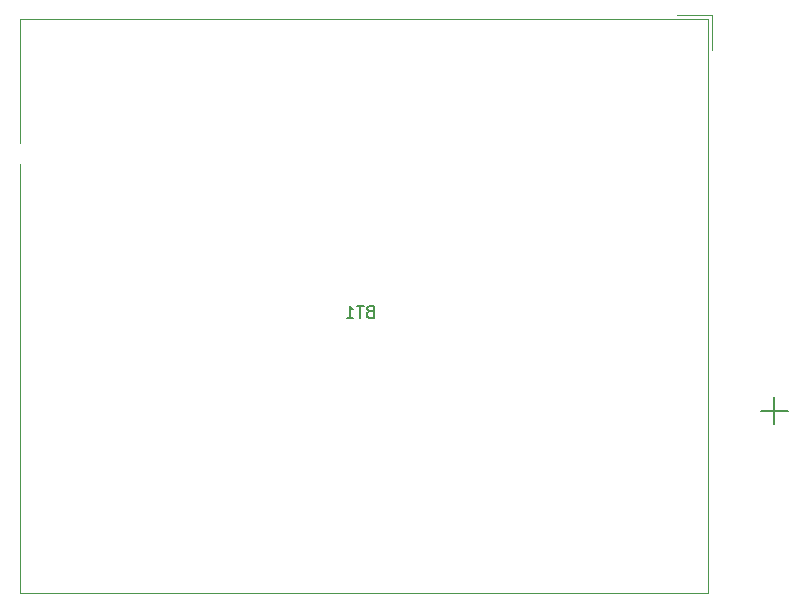
<source format=gbo>
G04 #@! TF.GenerationSoftware,KiCad,Pcbnew,(6.0.2)*
G04 #@! TF.CreationDate,2022-06-07T21:46:18+01:00*
G04 #@! TF.ProjectId,Pico_Handheld,5069636f-5f48-4616-9e64-68656c642e6b,rev?*
G04 #@! TF.SameCoordinates,Original*
G04 #@! TF.FileFunction,Legend,Bot*
G04 #@! TF.FilePolarity,Positive*
%FSLAX46Y46*%
G04 Gerber Fmt 4.6, Leading zero omitted, Abs format (unit mm)*
G04 Created by KiCad (PCBNEW (6.0.2)) date 2022-06-07 21:46:18*
%MOMM*%
%LPD*%
G01*
G04 APERTURE LIST*
%ADD10C,0.150000*%
%ADD11C,0.120000*%
%ADD12C,1.524000*%
%ADD13C,2.000000*%
%ADD14R,1.800000X1.800000*%
%ADD15O,1.800000X1.800000*%
%ADD16R,1.600000X1.600000*%
%ADD17C,1.600000*%
%ADD18O,2.200000X3.500000*%
%ADD19R,1.500000X2.500000*%
%ADD20O,1.500000X2.500000*%
%ADD21O,1.500000X1.500000*%
%ADD22O,1.700000X1.700000*%
%ADD23R,1.700000X1.700000*%
%ADD24C,3.500000*%
%ADD25R,3.000000X3.000000*%
%ADD26C,3.000000*%
G04 APERTURE END LIST*
D10*
X154455714Y-113466571D02*
X154312857Y-113514190D01*
X154265238Y-113561809D01*
X154217619Y-113657047D01*
X154217619Y-113799904D01*
X154265238Y-113895142D01*
X154312857Y-113942761D01*
X154408095Y-113990380D01*
X154789047Y-113990380D01*
X154789047Y-112990380D01*
X154455714Y-112990380D01*
X154360476Y-113038000D01*
X154312857Y-113085619D01*
X154265238Y-113180857D01*
X154265238Y-113276095D01*
X154312857Y-113371333D01*
X154360476Y-113418952D01*
X154455714Y-113466571D01*
X154789047Y-113466571D01*
X153931904Y-112990380D02*
X153360476Y-112990380D01*
X153646190Y-113990380D02*
X153646190Y-112990380D01*
X152503333Y-113990380D02*
X153074761Y-113990380D01*
X152789047Y-113990380D02*
X152789047Y-112990380D01*
X152884285Y-113133238D01*
X152979523Y-113228476D01*
X153074761Y-113276095D01*
X189864857Y-121880285D02*
X187579142Y-121880285D01*
X188722000Y-123023142D02*
X188722000Y-120737428D01*
D11*
X183084000Y-137284000D02*
X124844000Y-137284000D01*
X183464000Y-88364000D02*
X180464000Y-88364000D01*
X124844000Y-88744000D02*
X124844000Y-137284000D01*
X183084000Y-88744000D02*
X124844000Y-88744000D01*
X183084000Y-88744000D02*
X183084000Y-137284000D01*
X183464000Y-91364000D02*
X183464000Y-88364000D01*
%LPC*%
D12*
X182880000Y-73406000D03*
X182880000Y-77470000D03*
X182880000Y-81534000D03*
D13*
X193040000Y-72390000D03*
X193040000Y-82550000D03*
D14*
X162560000Y-52070000D03*
D15*
X170180000Y-52070000D03*
D16*
X171460000Y-66040000D03*
D17*
X177960000Y-66040000D03*
D18*
X181320000Y-52070000D03*
X189520000Y-52070000D03*
D19*
X183420000Y-52070000D03*
D20*
X185420000Y-52070000D03*
X187420000Y-52070000D03*
D15*
X128455000Y-52200000D03*
X123005000Y-52200000D03*
D21*
X128155000Y-55230000D03*
X123305000Y-55230000D03*
D22*
X116840000Y-52070000D03*
X116840000Y-54610000D03*
D23*
X116840000Y-57150000D03*
D22*
X116840000Y-59690000D03*
X116840000Y-62230000D03*
X116840000Y-64770000D03*
X116840000Y-67310000D03*
D23*
X116840000Y-69850000D03*
D22*
X116840000Y-72390000D03*
X116840000Y-74930000D03*
X116840000Y-77470000D03*
X116840000Y-80010000D03*
D23*
X116840000Y-82550000D03*
D22*
X116840000Y-85090000D03*
X116840000Y-87630000D03*
X116840000Y-90170000D03*
X116840000Y-92710000D03*
D23*
X116840000Y-95250000D03*
D22*
X116840000Y-97790000D03*
X116840000Y-100330000D03*
X134620000Y-100330000D03*
X134620000Y-97790000D03*
D23*
X134620000Y-95250000D03*
D22*
X134620000Y-92710000D03*
X134620000Y-90170000D03*
X134620000Y-87630000D03*
X134620000Y-85090000D03*
D23*
X134620000Y-82550000D03*
D22*
X134620000Y-80010000D03*
X134620000Y-77470000D03*
X134620000Y-74930000D03*
X134620000Y-72390000D03*
D23*
X134620000Y-69850000D03*
D22*
X134620000Y-67310000D03*
X134620000Y-64770000D03*
X134620000Y-62230000D03*
X134620000Y-59690000D03*
D23*
X134620000Y-57150000D03*
D22*
X134620000Y-54610000D03*
X134620000Y-52070000D03*
X123190000Y-100100000D03*
D23*
X125730000Y-100100000D03*
D22*
X128270000Y-100100000D03*
D12*
X149740000Y-58930000D03*
X152280000Y-58930000D03*
X154820000Y-58930000D03*
X157360000Y-58930000D03*
D24*
X153964000Y-128014000D03*
X153964000Y-98014000D03*
D25*
X188722000Y-125222000D03*
D26*
X188722000Y-130810000D03*
M02*

</source>
